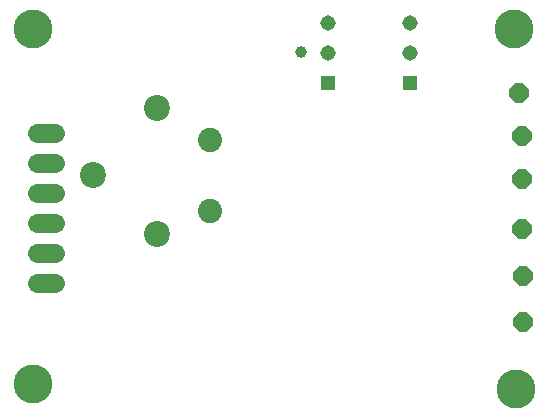
<source format=gbr>
G04 EAGLE Gerber RS-274X export*
G75*
%MOMM*%
%FSLAX34Y34*%
%LPD*%
%INSoldermask Bottom*%
%IPPOS*%
%AMOC8*
5,1,8,0,0,1.08239X$1,22.5*%
G01*
%ADD10C,3.300000*%
%ADD11C,2.200000*%
%ADD12C,2.050000*%
%ADD13C,1.308000*%
%ADD14R,1.308000X1.308000*%
%ADD15C,1.624000*%
%ADD16P,1.757801X8X22.500000*%
%ADD17C,1.000000*%


D10*
X30000Y330000D03*
X30000Y30000D03*
X439000Y26000D03*
X438000Y330000D03*
D11*
X135000Y156500D03*
X135000Y263500D03*
D12*
X180000Y176500D03*
X180000Y236500D03*
D11*
X81000Y206500D03*
D13*
X280000Y335400D03*
X280000Y310000D03*
D14*
X280000Y284600D03*
D13*
X350000Y335400D03*
X350000Y310000D03*
D14*
X350000Y284600D03*
D15*
X48620Y115500D02*
X33380Y115500D01*
X33380Y140900D02*
X48620Y140900D01*
X48620Y166300D02*
X33380Y166300D01*
X33380Y191700D02*
X48620Y191700D01*
X48620Y217100D02*
X33380Y217100D01*
X33380Y242500D02*
X48620Y242500D01*
D16*
X445000Y121000D03*
X444000Y161000D03*
X445000Y82000D03*
X444000Y203000D03*
X444000Y240000D03*
X442000Y276000D03*
D17*
X257000Y311000D03*
M02*

</source>
